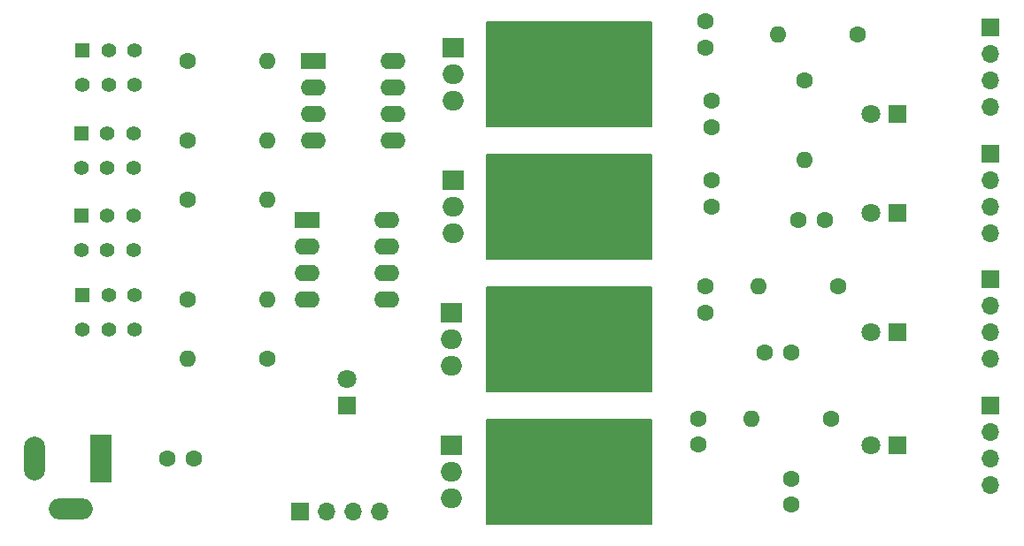
<source format=gbr>
%TF.GenerationSoftware,KiCad,Pcbnew,(6.0.7-1)-1*%
%TF.CreationDate,2022-11-07T13:48:13-05:00*%
%TF.ProjectId,BasicPowerSupply,42617369-6350-46f7-9765-72537570706c,rev?*%
%TF.SameCoordinates,Original*%
%TF.FileFunction,Soldermask,Top*%
%TF.FilePolarity,Negative*%
%FSLAX46Y46*%
G04 Gerber Fmt 4.6, Leading zero omitted, Abs format (unit mm)*
G04 Created by KiCad (PCBNEW (6.0.7-1)-1) date 2022-11-07 13:48:13*
%MOMM*%
%LPD*%
G01*
G04 APERTURE LIST*
%ADD10C,1.600000*%
%ADD11O,1.600000X1.600000*%
%ADD12O,3.500000X3.500000*%
%ADD13R,2.000000X1.905000*%
%ADD14O,2.000000X1.905000*%
%ADD15R,1.400000X1.400000*%
%ADD16C,1.400000*%
%ADD17R,1.700000X1.700000*%
%ADD18O,1.700000X1.700000*%
%ADD19R,1.800000X1.800000*%
%ADD20C,1.800000*%
%ADD21R,2.000000X4.600000*%
%ADD22O,2.000000X4.200000*%
%ADD23O,4.200000X2.000000*%
%ADD24R,2.400000X1.600000*%
%ADD25O,2.400000X1.600000*%
G04 APERTURE END LIST*
D10*
%TO.C,R7*%
X118110000Y-73025000D03*
D11*
X125730000Y-73025000D03*
%TD*%
D10*
%TO.C,C6*%
X168275000Y-76855000D03*
X168275000Y-79355000D03*
%TD*%
D12*
%TO.C,U2*%
X159150000Y-112395000D03*
D13*
X143350000Y-109855000D03*
D14*
X143350000Y-112395000D03*
X143350000Y-114935000D03*
%TD*%
D15*
%TO.C,SW4*%
X108082500Y-72010000D03*
D16*
X110582500Y-72010000D03*
X113082500Y-72010000D03*
X108082500Y-75310000D03*
X110582500Y-75310000D03*
X113082500Y-75310000D03*
%TD*%
D10*
%TO.C,C5*%
X167005000Y-107315000D03*
X167005000Y-109815000D03*
%TD*%
D17*
%TO.C,J3*%
X194945000Y-106045000D03*
D18*
X194945000Y-108585000D03*
X194945000Y-111125000D03*
X194945000Y-113665000D03*
%TD*%
D19*
%TO.C,LED1*%
X133350000Y-106050000D03*
D20*
X133350000Y-103510000D03*
%TD*%
D12*
%TO.C,U1*%
X159150000Y-99695000D03*
D13*
X143350000Y-97155000D03*
D14*
X143350000Y-99695000D03*
X143350000Y-102235000D03*
%TD*%
D17*
%TO.C,J2*%
X194945000Y-93980000D03*
D18*
X194945000Y-96520000D03*
X194945000Y-99060000D03*
X194945000Y-101600000D03*
%TD*%
D17*
%TO.C,J6*%
X128915000Y-116205000D03*
D18*
X131455000Y-116205000D03*
X133995000Y-116205000D03*
X136535000Y-116205000D03*
%TD*%
D10*
%TO.C,R8*%
X182245000Y-70485000D03*
D11*
X174625000Y-70485000D03*
%TD*%
D10*
%TO.C,R4*%
X180340000Y-94615000D03*
D11*
X172720000Y-94615000D03*
%TD*%
D21*
%TO.C,J1*%
X109805000Y-111125000D03*
D22*
X103505000Y-111125000D03*
D23*
X106905000Y-115925000D03*
%TD*%
D15*
%TO.C,SW3*%
X107950000Y-80010000D03*
D16*
X110450000Y-80010000D03*
X112950000Y-80010000D03*
X107950000Y-83310000D03*
X110450000Y-83310000D03*
X112950000Y-83310000D03*
%TD*%
D10*
%TO.C,C7*%
X176550000Y-88265000D03*
X179050000Y-88265000D03*
%TD*%
D17*
%TO.C,J5*%
X194945000Y-81925000D03*
D18*
X194945000Y-84465000D03*
X194945000Y-87005000D03*
X194945000Y-89545000D03*
%TD*%
D24*
%TO.C,OC1*%
X129525000Y-88275000D03*
D25*
X129525000Y-90815000D03*
X129525000Y-93355000D03*
X129525000Y-95895000D03*
X137145000Y-95895000D03*
X137145000Y-93355000D03*
X137145000Y-90815000D03*
X137145000Y-88275000D03*
%TD*%
D12*
%TO.C,U3*%
X159310000Y-74295000D03*
D13*
X143510000Y-71755000D03*
D14*
X143510000Y-74295000D03*
X143510000Y-76835000D03*
%TD*%
D12*
%TO.C,U4*%
X159310000Y-86995000D03*
D13*
X143510000Y-84455000D03*
D14*
X143510000Y-86995000D03*
X143510000Y-89535000D03*
%TD*%
D10*
%TO.C,C3*%
X175895000Y-115570000D03*
X175895000Y-113070000D03*
%TD*%
D17*
%TO.C,J4*%
X194945000Y-69860000D03*
D18*
X194945000Y-72400000D03*
X194945000Y-74940000D03*
X194945000Y-77480000D03*
%TD*%
D19*
%TO.C,LED4*%
X186055000Y-78105000D03*
D20*
X183515000Y-78105000D03*
%TD*%
D10*
%TO.C,R5*%
X179705000Y-107315000D03*
D11*
X172085000Y-107315000D03*
%TD*%
D10*
%TO.C,R6*%
X118110000Y-80645000D03*
D11*
X125730000Y-80645000D03*
%TD*%
D10*
%TO.C,C2*%
X173355000Y-100965000D03*
X175855000Y-100965000D03*
%TD*%
D15*
%TO.C,SW2*%
X107950000Y-87885000D03*
D16*
X110450000Y-87885000D03*
X112950000Y-87885000D03*
X107950000Y-91185000D03*
X110450000Y-91185000D03*
X112950000Y-91185000D03*
%TD*%
D10*
%TO.C,C1*%
X116205000Y-111145000D03*
X118705000Y-111145000D03*
%TD*%
%TO.C,C8*%
X167640000Y-71755000D03*
X167640000Y-69255000D03*
%TD*%
D19*
%TO.C,LED2*%
X186055000Y-99060000D03*
D20*
X183515000Y-99060000D03*
%TD*%
D10*
%TO.C,R3*%
X118110000Y-86360000D03*
D11*
X125730000Y-86360000D03*
%TD*%
D19*
%TO.C,LED5*%
X186060000Y-87630000D03*
D20*
X183520000Y-87630000D03*
%TD*%
D10*
%TO.C,C4*%
X167640000Y-97155000D03*
X167640000Y-94655000D03*
%TD*%
D19*
%TO.C,LED3*%
X186055000Y-109855000D03*
D20*
X183515000Y-109855000D03*
%TD*%
D15*
%TO.C,SW1*%
X108082500Y-95505000D03*
D16*
X110582500Y-95505000D03*
X113082500Y-95505000D03*
X108082500Y-98805000D03*
X110582500Y-98805000D03*
X113082500Y-98805000D03*
%TD*%
D10*
%TO.C,C9*%
X168275000Y-84475000D03*
X168275000Y-86975000D03*
%TD*%
%TO.C,R9*%
X177165000Y-74930000D03*
D11*
X177165000Y-82550000D03*
%TD*%
D10*
%TO.C,R2*%
X118110000Y-95885000D03*
D11*
X125730000Y-95885000D03*
%TD*%
D10*
%TO.C,R1*%
X125730000Y-101600000D03*
D11*
X118110000Y-101600000D03*
%TD*%
D24*
%TO.C,OC2*%
X130160000Y-73035000D03*
D25*
X130160000Y-75575000D03*
X130160000Y-78115000D03*
X130160000Y-80655000D03*
X137780000Y-80655000D03*
X137780000Y-78115000D03*
X137780000Y-75575000D03*
X137780000Y-73035000D03*
%TD*%
G36*
X162502121Y-69235002D02*
G01*
X162548614Y-69288658D01*
X162560000Y-69341000D01*
X162560000Y-79249000D01*
X162539998Y-79317121D01*
X162486342Y-79363614D01*
X162434000Y-79375000D01*
X146811000Y-79375000D01*
X146742879Y-79354998D01*
X146696386Y-79301342D01*
X146685000Y-79249000D01*
X146685000Y-69341000D01*
X146705002Y-69272879D01*
X146758658Y-69226386D01*
X146811000Y-69215000D01*
X162434000Y-69215000D01*
X162502121Y-69235002D01*
G37*
G36*
X162502121Y-94635002D02*
G01*
X162548614Y-94688658D01*
X162560000Y-94741000D01*
X162560000Y-104649000D01*
X162539998Y-104717121D01*
X162486342Y-104763614D01*
X162434000Y-104775000D01*
X146811000Y-104775000D01*
X146742879Y-104754998D01*
X146696386Y-104701342D01*
X146685000Y-104649000D01*
X146685000Y-94741000D01*
X146705002Y-94672879D01*
X146758658Y-94626386D01*
X146811000Y-94615000D01*
X162434000Y-94615000D01*
X162502121Y-94635002D01*
G37*
G36*
X162502121Y-107335002D02*
G01*
X162548614Y-107388658D01*
X162560000Y-107441000D01*
X162560000Y-117349000D01*
X162539998Y-117417121D01*
X162486342Y-117463614D01*
X162434000Y-117475000D01*
X146811000Y-117475000D01*
X146742879Y-117454998D01*
X146696386Y-117401342D01*
X146685000Y-117349000D01*
X146685000Y-107441000D01*
X146705002Y-107372879D01*
X146758658Y-107326386D01*
X146811000Y-107315000D01*
X162434000Y-107315000D01*
X162502121Y-107335002D01*
G37*
G36*
X162502121Y-81935002D02*
G01*
X162548614Y-81988658D01*
X162560000Y-82041000D01*
X162560000Y-91949000D01*
X162539998Y-92017121D01*
X162486342Y-92063614D01*
X162434000Y-92075000D01*
X146811000Y-92075000D01*
X146742879Y-92054998D01*
X146696386Y-92001342D01*
X146685000Y-91949000D01*
X146685000Y-82041000D01*
X146705002Y-81972879D01*
X146758658Y-81926386D01*
X146811000Y-81915000D01*
X162434000Y-81915000D01*
X162502121Y-81935002D01*
G37*
M02*

</source>
